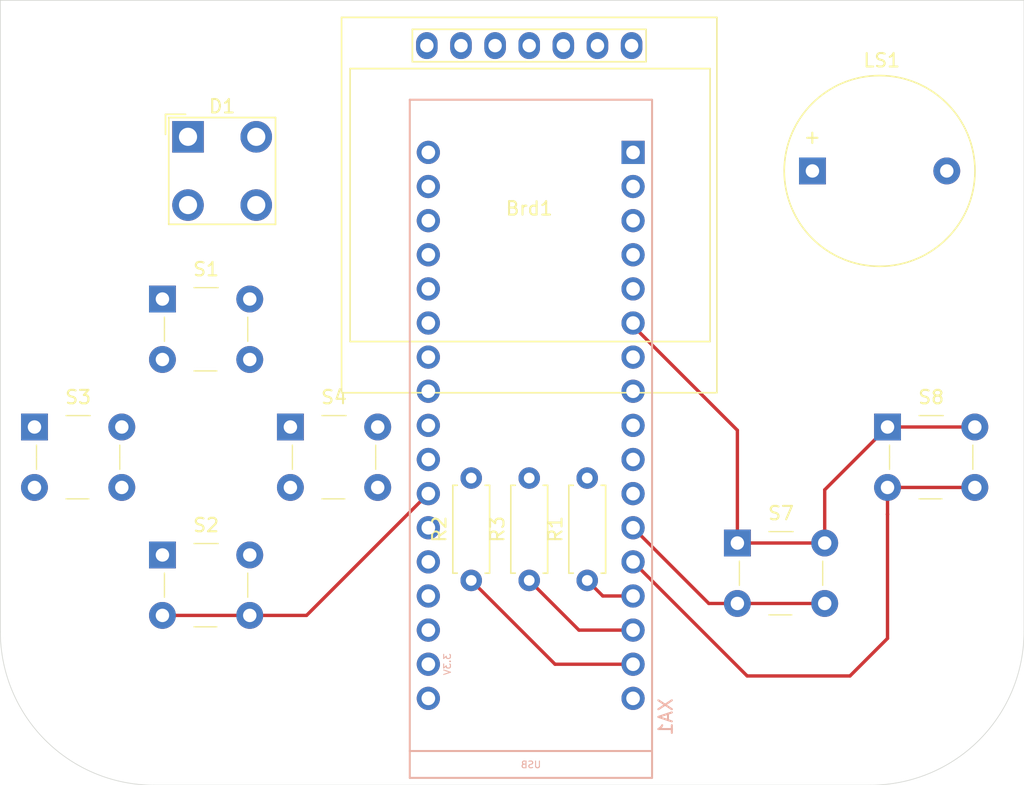
<source format=kicad_pcb>
(kicad_pcb (version 20171130) (host pcbnew "(5.1.7)-1")

  (general
    (thickness 1.6)
    (drawings 6)
    (tracks 26)
    (zones 0)
    (modules 13)
    (nets 22)
  )

  (page A4)
  (layers
    (0 F.Cu signal)
    (31 B.Cu signal)
    (32 B.Adhes user)
    (33 F.Adhes user)
    (34 B.Paste user)
    (35 F.Paste user)
    (36 B.SilkS user)
    (37 F.SilkS user)
    (38 B.Mask user)
    (39 F.Mask user)
    (40 Dwgs.User user)
    (41 Cmts.User user)
    (42 Eco1.User user)
    (43 Eco2.User user)
    (44 Edge.Cuts user)
    (45 Margin user)
    (46 B.CrtYd user)
    (47 F.CrtYd user)
    (48 B.Fab user)
    (49 F.Fab user)
  )

  (setup
    (last_trace_width 0.25)
    (trace_clearance 0.2)
    (zone_clearance 0.508)
    (zone_45_only no)
    (trace_min 0.2)
    (via_size 0.8)
    (via_drill 0.4)
    (via_min_size 0.4)
    (via_min_drill 0.3)
    (uvia_size 0.3)
    (uvia_drill 0.1)
    (uvias_allowed no)
    (uvia_min_size 0.2)
    (uvia_min_drill 0.1)
    (edge_width 0.05)
    (segment_width 0.2)
    (pcb_text_width 0.3)
    (pcb_text_size 1.5 1.5)
    (mod_edge_width 0.12)
    (mod_text_size 1 1)
    (mod_text_width 0.15)
    (pad_size 1.524 1.524)
    (pad_drill 0.762)
    (pad_to_mask_clearance 0)
    (aux_axis_origin 0 0)
    (visible_elements 7FFFFFFF)
    (pcbplotparams
      (layerselection 0x010fc_ffffffff)
      (usegerberextensions false)
      (usegerberattributes true)
      (usegerberadvancedattributes true)
      (creategerberjobfile true)
      (excludeedgelayer true)
      (linewidth 0.100000)
      (plotframeref false)
      (viasonmask false)
      (mode 1)
      (useauxorigin false)
      (hpglpennumber 1)
      (hpglpenspeed 20)
      (hpglpendiameter 15.000000)
      (psnegative false)
      (psa4output false)
      (plotreference true)
      (plotvalue true)
      (plotinvisibletext false)
      (padsonsilk false)
      (subtractmaskfromsilk false)
      (outputformat 1)
      (mirror false)
      (drillshape 1)
      (scaleselection 1)
      (outputdirectory ""))
  )

  (net 0 "")
  (net 1 "Net-(D1-Pad1)")
  (net 2 "Net-(D1-Pad2)")
  (net 3 GND)
  (net 4 "Net-(D1-Pad3)")
  (net 5 D9)
  (net 6 D10)
  (net 7 D11)
  (net 8 UP)
  (net 9 DOWN)
  (net 10 LEFT)
  (net 11 RIGHT)
  (net 12 A)
  (net 13 B)
  (net 14 CS)
  (net 15 D1)
  (net 16 D0)
  (net 17 3V3)
  (net 18 RES)
  (net 19 DC)
  (net 20 "Net-(LS1-Pad2)")
  (net 21 "Net-(LS1-Pad1)")

  (net_class Default "This is the default net class."
    (clearance 0.2)
    (trace_width 0.25)
    (via_dia 0.8)
    (via_drill 0.4)
    (uvia_dia 0.3)
    (uvia_drill 0.1)
    (add_net 3V3)
    (add_net A)
    (add_net B)
    (add_net CS)
    (add_net D0)
    (add_net D1)
    (add_net D10)
    (add_net D11)
    (add_net D9)
    (add_net DC)
    (add_net DOWN)
    (add_net GND)
    (add_net LEFT)
    (add_net "Net-(D1-Pad1)")
    (add_net "Net-(D1-Pad2)")
    (add_net "Net-(D1-Pad3)")
    (add_net "Net-(LS1-Pad1)")
    (add_net "Net-(LS1-Pad2)")
    (add_net RES)
    (add_net RIGHT)
    (add_net UP)
  )

  (module Arduino:Arduino_Micro_Socket (layer B.Cu) (tedit 5A860566) (tstamp 5F991FB1)
    (at 132.08 124.46 90)
    (descr https://store.arduino.cc/arduino-micro)
    (path /5F98BC24)
    (fp_text reference XA1 (at 2.54 19.05 90) (layer B.SilkS)
      (effects (font (size 1 1) (thickness 0.15)) (justify mirror))
    )
    (fp_text value Arduino_Micro_Socket (at 15.494 19.05 90) (layer B.Fab)
      (effects (font (size 1 1) (thickness 0.15)) (justify mirror))
    )
    (fp_line (start -2 0) (end 48.48 0) (layer B.SilkS) (width 0.15))
    (fp_line (start 0 18) (end 0 0) (layer B.SilkS) (width 0.15))
    (fp_line (start -2 18.034) (end 48.48 18.034) (layer B.SilkS) (width 0.15))
    (fp_line (start 48.48 18) (end 48.48 0) (layer B.SilkS) (width 0.15))
    (fp_line (start -2 18.034) (end -2 0) (layer B.SilkS) (width 0.15))
    (fp_line (start 48.768 -0.254) (end -2.032 -0.254) (layer B.CrtYd) (width 0.15))
    (fp_line (start 48.768 18.288) (end 48.768 -0.254) (layer B.CrtYd) (width 0.15))
    (fp_line (start -2.286 18.288) (end 48.768 18.288) (layer B.CrtYd) (width 0.15))
    (fp_line (start -2.286 17.526) (end -2.286 18.288) (layer B.CrtYd) (width 0.15))
    (fp_line (start -2.286 -0.254) (end -2.286 17.526) (layer B.CrtYd) (width 0.15))
    (fp_line (start -2.032 -0.254) (end -2.286 -0.254) (layer B.CrtYd) (width 0.15))
    (fp_text user USB (at -1.016 9.017 180) (layer B.SilkS)
      (effects (font (size 0.5 0.5) (thickness 0.075)) (justify mirror))
    )
    (fp_text user 3.3V (at 6.46 2.794 90) (layer B.SilkS)
      (effects (font (size 0.5 0.5) (thickness 0.075)) (justify mirror))
    )
    (pad MISO thru_hole oval (at 42.02 1.38 90) (size 1.7272 1.7272) (drill 1.016) (layers *.Cu *.Mask))
    (pad A5 thru_hole oval (at 24.24 1.38 90) (size 1.7272 1.7272) (drill 1.016) (layers *.Cu *.Mask))
    (pad A4 thru_hole oval (at 21.7 1.38 90) (size 1.7272 1.7272) (drill 1.016) (layers *.Cu *.Mask))
    (pad A3 thru_hole oval (at 19.16 1.38 90) (size 1.7272 1.7272) (drill 1.016) (layers *.Cu *.Mask)
      (net 9 DOWN))
    (pad A2 thru_hole oval (at 16.62 1.38 90) (size 1.7272 1.7272) (drill 1.016) (layers *.Cu *.Mask)
      (net 10 LEFT))
    (pad A1 thru_hole oval (at 14.08 1.38 90) (size 1.7272 1.7272) (drill 1.016) (layers *.Cu *.Mask)
      (net 11 RIGHT))
    (pad "" thru_hole oval (at 29.32 1.38 90) (size 1.7272 1.7272) (drill 1.016) (layers *.Cu *.Mask))
    (pad D11 thru_hole oval (at 6.46 16.62 90) (size 1.7272 1.7272) (drill 1.016) (layers *.Cu *.Mask)
      (net 7 D11))
    (pad D12 thru_hole oval (at 3.92 16.62 90) (size 1.7272 1.7272) (drill 1.016) (layers *.Cu *.Mask)
      (net 14 CS))
    (pad D13 thru_hole oval (at 3.92 1.38 90) (size 1.7272 1.7272) (drill 1.016) (layers *.Cu *.Mask)
      (net 20 "Net-(LS1-Pad2)"))
    (pad AREF thru_hole oval (at 9 1.38 90) (size 1.7272 1.7272) (drill 1.016) (layers *.Cu *.Mask))
    (pad "" np_thru_hole circle (at 1.38 1.38 90) (size 1.016 1.016) (drill 1.016) (layers *.Cu *.Mask))
    (pad D10 thru_hole oval (at 9 16.62 90) (size 1.7272 1.7272) (drill 1.016) (layers *.Cu *.Mask)
      (net 6 D10))
    (pad D9 thru_hole oval (at 11.54 16.62 90) (size 1.7272 1.7272) (drill 1.016) (layers *.Cu *.Mask)
      (net 5 D9))
    (pad D8 thru_hole oval (at 14.08 16.62 90) (size 1.7272 1.7272) (drill 1.016) (layers *.Cu *.Mask)
      (net 13 B))
    (pad D7 thru_hole oval (at 16.62 16.62 90) (size 1.7272 1.7272) (drill 1.016) (layers *.Cu *.Mask)
      (net 12 A))
    (pad D6 thru_hole oval (at 19.16 16.62 90) (size 1.7272 1.7272) (drill 1.016) (layers *.Cu *.Mask)
      (net 18 RES))
    (pad D5 thru_hole oval (at 21.7 16.62 90) (size 1.7272 1.7272) (drill 1.016) (layers *.Cu *.Mask)
      (net 21 "Net-(LS1-Pad1)"))
    (pad D4 thru_hole oval (at 24.24 16.62 90) (size 1.7272 1.7272) (drill 1.016) (layers *.Cu *.Mask)
      (net 19 DC))
    (pad D3 thru_hole oval (at 26.78 16.62 90) (size 1.7272 1.7272) (drill 1.016) (layers *.Cu *.Mask))
    (pad D2 thru_hole oval (at 29.32 16.62 90) (size 1.7272 1.7272) (drill 1.016) (layers *.Cu *.Mask))
    (pad D1 thru_hole oval (at 39.48 16.62 90) (size 1.7272 1.7272) (drill 1.016) (layers *.Cu *.Mask))
    (pad D0 thru_hole oval (at 36.94 16.62 90) (size 1.7272 1.7272) (drill 1.016) (layers *.Cu *.Mask))
    (pad SS thru_hole oval (at 42.02 16.62 90) (size 1.7272 1.7272) (drill 1.016) (layers *.Cu *.Mask))
    (pad RST1 thru_hole oval (at 34.4 1.38 90) (size 1.7272 1.7272) (drill 1.016) (layers *.Cu *.Mask))
    (pad 3V3 thru_hole oval (at 6.46 1.38 90) (size 1.7272 1.7272) (drill 1.016) (layers *.Cu *.Mask)
      (net 17 3V3))
    (pad 5V thru_hole oval (at 31.86 1.38 90) (size 1.7272 1.7272) (drill 1.016) (layers *.Cu *.Mask))
    (pad GND1 thru_hole oval (at 36.94 1.38 90) (size 1.7272 1.7272) (drill 1.016) (layers *.Cu *.Mask)
      (net 3 GND))
    (pad GND2 thru_hole oval (at 31.86 16.62 90) (size 1.7272 1.7272) (drill 1.016) (layers *.Cu *.Mask)
      (net 3 GND))
    (pad VIN thru_hole oval (at 39.48 1.38 90) (size 1.7272 1.7272) (drill 1.016) (layers *.Cu *.Mask))
    (pad A0 thru_hole oval (at 11.54 1.38 90) (size 1.7272 1.7272) (drill 1.016) (layers *.Cu *.Mask)
      (net 8 UP))
    (pad SCK thru_hole oval (at 44.56 1.38 90) (size 1.7272 1.7272) (drill 1.016) (layers *.Cu *.Mask)
      (net 16 D0))
    (pad MOSI thru_hole rect (at 44.56 16.62 90) (size 1.7272 1.7272) (drill 1.016) (layers *.Cu *.Mask)
      (net 15 D1))
    (pad RST2 thru_hole oval (at 34.4 16.62 90) (size 1.7272 1.7272) (drill 1.016) (layers *.Cu *.Mask))
    (pad "" thru_hole oval (at 26.78 1.38 90) (size 1.7272 1.7272) (drill 1.016) (layers *.Cu *.Mask))
    (pad "" np_thru_hole circle (at 47.1 1.38 90) (size 1.016 1.016) (drill 1.016) (layers *.Cu *.Mask))
    (pad "" np_thru_hole circle (at 1.38 16.62 90) (size 1.016 1.016) (drill 1.016) (layers *.Cu *.Mask))
    (pad "" np_thru_hole circle (at 47.1 16.62 90) (size 1.016 1.016) (drill 1.016) (layers *.Cu *.Mask))
  )

  (module digikey-footprints:Switch_Tactile_THT_B3F-1xxx (layer F.Cu) (tedit 5AF34B0A) (tstamp 5F97549C)
    (at 113.665 90.805)
    (descr http://www.omron.com/ecb/products/pdf/en-b3f.pdf)
    (path /5F959389)
    (fp_text reference S1 (at 3.2512 -2.2094) (layer F.SilkS)
      (effects (font (size 1 1) (thickness 0.15)))
    )
    (fp_text value B3F-1000 (at 3.2512 7.1006) (layer F.Fab)
      (effects (font (size 1 1) (thickness 0.15)))
    )
    (fp_line (start 7.7512 -1.2394) (end 7.7512 5.7606) (layer F.CrtYd) (width 0.05))
    (fp_line (start -1.2488 5.7606) (end -1.2488 -1.2394) (layer F.CrtYd) (width 0.05))
    (fp_line (start -1.2488 5.7606) (end 7.7512 5.7606) (layer F.CrtYd) (width 0.05))
    (fp_line (start -1.2488 -1.2394) (end 7.7512 -1.2394) (layer F.CrtYd) (width 0.05))
    (fp_line (start 2.3512 -0.8394) (end 4.1512 -0.8394) (layer F.SilkS) (width 0.1))
    (fp_line (start 0.1512 2.2606) (end 0.1512 3.1606) (layer F.SilkS) (width 0.1))
    (fp_line (start 0.1512 2.2606) (end 0.1512 1.3606) (layer F.SilkS) (width 0.1))
    (fp_line (start 6.3512 2.2606) (end 6.3512 3.1606) (layer F.SilkS) (width 0.1))
    (fp_line (start 6.3512 2.2606) (end 6.3512 1.3606) (layer F.SilkS) (width 0.1))
    (fp_line (start 2.3512 5.3606) (end 4.0512 5.3606) (layer F.SilkS) (width 0.1))
    (fp_line (start 6.2512 5.2606) (end 6.2512 -0.7394) (layer F.Fab) (width 0.1))
    (fp_line (start 0.2512 -0.7394) (end 0.2512 5.2606) (layer F.Fab) (width 0.1))
    (fp_line (start 0.2512 5.2606) (end 6.2512 5.2606) (layer F.Fab) (width 0.1))
    (fp_line (start 0.2512 -0.7394) (end 6.2512 -0.7394) (layer F.Fab) (width 0.1))
    (fp_text user %R (at 3.2512 2.2606) (layer F.Fab)
      (effects (font (size 1 1) (thickness 0.15)))
    )
    (pad 1 thru_hole rect (at 0.0012 0.0106) (size 2 2) (drill 1) (layers *.Cu *.Mask)
      (net 3 GND))
    (pad 2 thru_hole circle (at 6.5012 0.0106) (size 2 2) (drill 1) (layers *.Cu *.Mask)
      (net 3 GND))
    (pad 3 thru_hole circle (at 0.0012 4.5106) (size 2 2) (drill 1) (layers *.Cu *.Mask)
      (net 8 UP))
    (pad 4 thru_hole circle (at 6.5012 4.5106) (size 2 2) (drill 1) (layers *.Cu *.Mask)
      (net 8 UP))
  )

  (module digikey-footprints:Switch_Tactile_THT_B3F-1xxx (layer F.Cu) (tedit 5AF34B0A) (tstamp 5F992219)
    (at 113.665 109.855)
    (descr http://www.omron.com/ecb/products/pdf/en-b3f.pdf)
    (path /5F955AC6)
    (fp_text reference S2 (at 3.2512 -2.2094) (layer F.SilkS)
      (effects (font (size 1 1) (thickness 0.15)))
    )
    (fp_text value B3F-1000 (at 3.2512 7.1006) (layer F.Fab)
      (effects (font (size 1 1) (thickness 0.15)))
    )
    (fp_line (start 7.7512 -1.2394) (end 7.7512 5.7606) (layer F.CrtYd) (width 0.05))
    (fp_line (start -1.2488 5.7606) (end -1.2488 -1.2394) (layer F.CrtYd) (width 0.05))
    (fp_line (start -1.2488 5.7606) (end 7.7512 5.7606) (layer F.CrtYd) (width 0.05))
    (fp_line (start -1.2488 -1.2394) (end 7.7512 -1.2394) (layer F.CrtYd) (width 0.05))
    (fp_line (start 2.3512 -0.8394) (end 4.1512 -0.8394) (layer F.SilkS) (width 0.1))
    (fp_line (start 0.1512 2.2606) (end 0.1512 3.1606) (layer F.SilkS) (width 0.1))
    (fp_line (start 0.1512 2.2606) (end 0.1512 1.3606) (layer F.SilkS) (width 0.1))
    (fp_line (start 6.3512 2.2606) (end 6.3512 3.1606) (layer F.SilkS) (width 0.1))
    (fp_line (start 6.3512 2.2606) (end 6.3512 1.3606) (layer F.SilkS) (width 0.1))
    (fp_line (start 2.3512 5.3606) (end 4.0512 5.3606) (layer F.SilkS) (width 0.1))
    (fp_line (start 6.2512 5.2606) (end 6.2512 -0.7394) (layer F.Fab) (width 0.1))
    (fp_line (start 0.2512 -0.7394) (end 0.2512 5.2606) (layer F.Fab) (width 0.1))
    (fp_line (start 0.2512 5.2606) (end 6.2512 5.2606) (layer F.Fab) (width 0.1))
    (fp_line (start 0.2512 -0.7394) (end 6.2512 -0.7394) (layer F.Fab) (width 0.1))
    (fp_text user %R (at 3.2512 2.2606) (layer F.Fab)
      (effects (font (size 1 1) (thickness 0.15)))
    )
    (pad 1 thru_hole rect (at 0.0012 0.0106) (size 2 2) (drill 1) (layers *.Cu *.Mask)
      (net 3 GND))
    (pad 2 thru_hole circle (at 6.5012 0.0106) (size 2 2) (drill 1) (layers *.Cu *.Mask)
      (net 3 GND))
    (pad 3 thru_hole circle (at 0.0012 4.5106) (size 2 2) (drill 1) (layers *.Cu *.Mask)
      (net 9 DOWN))
    (pad 4 thru_hole circle (at 6.5012 4.5106) (size 2 2) (drill 1) (layers *.Cu *.Mask)
      (net 9 DOWN))
  )

  (module digikey-footprints:Switch_Tactile_THT_B3F-1xxx (layer F.Cu) (tedit 5AF34B0A) (tstamp 5F97545A)
    (at 104.14 100.33)
    (descr http://www.omron.com/ecb/products/pdf/en-b3f.pdf)
    (path /5F958648)
    (fp_text reference S3 (at 3.2512 -2.2094) (layer F.SilkS)
      (effects (font (size 1 1) (thickness 0.15)))
    )
    (fp_text value B3F-1000 (at 3.2512 7.1006) (layer F.Fab)
      (effects (font (size 1 1) (thickness 0.15)))
    )
    (fp_line (start 0.2512 -0.7394) (end 6.2512 -0.7394) (layer F.Fab) (width 0.1))
    (fp_line (start 0.2512 5.2606) (end 6.2512 5.2606) (layer F.Fab) (width 0.1))
    (fp_line (start 0.2512 -0.7394) (end 0.2512 5.2606) (layer F.Fab) (width 0.1))
    (fp_line (start 6.2512 5.2606) (end 6.2512 -0.7394) (layer F.Fab) (width 0.1))
    (fp_line (start 2.3512 5.3606) (end 4.0512 5.3606) (layer F.SilkS) (width 0.1))
    (fp_line (start 6.3512 2.2606) (end 6.3512 1.3606) (layer F.SilkS) (width 0.1))
    (fp_line (start 6.3512 2.2606) (end 6.3512 3.1606) (layer F.SilkS) (width 0.1))
    (fp_line (start 0.1512 2.2606) (end 0.1512 1.3606) (layer F.SilkS) (width 0.1))
    (fp_line (start 0.1512 2.2606) (end 0.1512 3.1606) (layer F.SilkS) (width 0.1))
    (fp_line (start 2.3512 -0.8394) (end 4.1512 -0.8394) (layer F.SilkS) (width 0.1))
    (fp_line (start -1.2488 -1.2394) (end 7.7512 -1.2394) (layer F.CrtYd) (width 0.05))
    (fp_line (start -1.2488 5.7606) (end 7.7512 5.7606) (layer F.CrtYd) (width 0.05))
    (fp_line (start -1.2488 5.7606) (end -1.2488 -1.2394) (layer F.CrtYd) (width 0.05))
    (fp_line (start 7.7512 -1.2394) (end 7.7512 5.7606) (layer F.CrtYd) (width 0.05))
    (fp_text user %R (at 3.2512 2.2606) (layer F.Fab)
      (effects (font (size 1 1) (thickness 0.15)))
    )
    (pad 4 thru_hole circle (at 6.5012 4.5106) (size 2 2) (drill 1) (layers *.Cu *.Mask)
      (net 10 LEFT))
    (pad 3 thru_hole circle (at 0.0012 4.5106) (size 2 2) (drill 1) (layers *.Cu *.Mask)
      (net 10 LEFT))
    (pad 2 thru_hole circle (at 6.5012 0.0106) (size 2 2) (drill 1) (layers *.Cu *.Mask)
      (net 3 GND))
    (pad 1 thru_hole rect (at 0.0012 0.0106) (size 2 2) (drill 1) (layers *.Cu *.Mask)
      (net 3 GND))
  )

  (module digikey-footprints:Switch_Tactile_THT_B3F-1xxx (layer F.Cu) (tedit 5AF34B0A) (tstamp 5F975418)
    (at 123.19 100.33)
    (descr http://www.omron.com/ecb/products/pdf/en-b3f.pdf)
    (path /5F959E42)
    (fp_text reference S4 (at 3.2512 -2.2094) (layer F.SilkS)
      (effects (font (size 1 1) (thickness 0.15)))
    )
    (fp_text value B3F-1000 (at 3.2512 7.1006) (layer F.Fab)
      (effects (font (size 1 1) (thickness 0.15)))
    )
    (fp_line (start 0.2512 -0.7394) (end 6.2512 -0.7394) (layer F.Fab) (width 0.1))
    (fp_line (start 0.2512 5.2606) (end 6.2512 5.2606) (layer F.Fab) (width 0.1))
    (fp_line (start 0.2512 -0.7394) (end 0.2512 5.2606) (layer F.Fab) (width 0.1))
    (fp_line (start 6.2512 5.2606) (end 6.2512 -0.7394) (layer F.Fab) (width 0.1))
    (fp_line (start 2.3512 5.3606) (end 4.0512 5.3606) (layer F.SilkS) (width 0.1))
    (fp_line (start 6.3512 2.2606) (end 6.3512 1.3606) (layer F.SilkS) (width 0.1))
    (fp_line (start 6.3512 2.2606) (end 6.3512 3.1606) (layer F.SilkS) (width 0.1))
    (fp_line (start 0.1512 2.2606) (end 0.1512 1.3606) (layer F.SilkS) (width 0.1))
    (fp_line (start 0.1512 2.2606) (end 0.1512 3.1606) (layer F.SilkS) (width 0.1))
    (fp_line (start 2.3512 -0.8394) (end 4.1512 -0.8394) (layer F.SilkS) (width 0.1))
    (fp_line (start -1.2488 -1.2394) (end 7.7512 -1.2394) (layer F.CrtYd) (width 0.05))
    (fp_line (start -1.2488 5.7606) (end 7.7512 5.7606) (layer F.CrtYd) (width 0.05))
    (fp_line (start -1.2488 5.7606) (end -1.2488 -1.2394) (layer F.CrtYd) (width 0.05))
    (fp_line (start 7.7512 -1.2394) (end 7.7512 5.7606) (layer F.CrtYd) (width 0.05))
    (fp_text user %R (at 3.2512 2.2606) (layer F.Fab)
      (effects (font (size 1 1) (thickness 0.15)))
    )
    (pad 4 thru_hole circle (at 6.5012 4.5106) (size 2 2) (drill 1) (layers *.Cu *.Mask)
      (net 11 RIGHT))
    (pad 3 thru_hole circle (at 0.0012 4.5106) (size 2 2) (drill 1) (layers *.Cu *.Mask)
      (net 11 RIGHT))
    (pad 2 thru_hole circle (at 6.5012 0.0106) (size 2 2) (drill 1) (layers *.Cu *.Mask)
      (net 3 GND))
    (pad 1 thru_hole rect (at 0.0012 0.0106) (size 2 2) (drill 1) (layers *.Cu *.Mask)
      (net 3 GND))
  )

  (module digikey-footprints:Switch_Tactile_THT_B3F-1xxx (layer F.Cu) (tedit 5AF34B0A) (tstamp 5F9519A9)
    (at 156.464 108.966)
    (descr http://www.omron.com/ecb/products/pdf/en-b3f.pdf)
    (path /5F95AE2F)
    (fp_text reference S7 (at 3.2512 -2.2094) (layer F.SilkS)
      (effects (font (size 1 1) (thickness 0.15)))
    )
    (fp_text value B3F-1000 (at 3.2512 7.1006) (layer F.Fab)
      (effects (font (size 1 1) (thickness 0.15)))
    )
    (fp_line (start 7.7512 -1.2394) (end 7.7512 5.7606) (layer F.CrtYd) (width 0.05))
    (fp_line (start -1.2488 5.7606) (end -1.2488 -1.2394) (layer F.CrtYd) (width 0.05))
    (fp_line (start -1.2488 5.7606) (end 7.7512 5.7606) (layer F.CrtYd) (width 0.05))
    (fp_line (start -1.2488 -1.2394) (end 7.7512 -1.2394) (layer F.CrtYd) (width 0.05))
    (fp_line (start 2.3512 -0.8394) (end 4.1512 -0.8394) (layer F.SilkS) (width 0.1))
    (fp_line (start 0.1512 2.2606) (end 0.1512 3.1606) (layer F.SilkS) (width 0.1))
    (fp_line (start 0.1512 2.2606) (end 0.1512 1.3606) (layer F.SilkS) (width 0.1))
    (fp_line (start 6.3512 2.2606) (end 6.3512 3.1606) (layer F.SilkS) (width 0.1))
    (fp_line (start 6.3512 2.2606) (end 6.3512 1.3606) (layer F.SilkS) (width 0.1))
    (fp_line (start 2.3512 5.3606) (end 4.0512 5.3606) (layer F.SilkS) (width 0.1))
    (fp_line (start 6.2512 5.2606) (end 6.2512 -0.7394) (layer F.Fab) (width 0.1))
    (fp_line (start 0.2512 -0.7394) (end 0.2512 5.2606) (layer F.Fab) (width 0.1))
    (fp_line (start 0.2512 5.2606) (end 6.2512 5.2606) (layer F.Fab) (width 0.1))
    (fp_line (start 0.2512 -0.7394) (end 6.2512 -0.7394) (layer F.Fab) (width 0.1))
    (fp_text user %R (at 3.2512 2.2606) (layer F.Fab)
      (effects (font (size 1 1) (thickness 0.15)))
    )
    (pad 1 thru_hole rect (at 0.0012 0.0106) (size 2 2) (drill 1) (layers *.Cu *.Mask)
      (net 3 GND))
    (pad 2 thru_hole circle (at 6.5012 0.0106) (size 2 2) (drill 1) (layers *.Cu *.Mask)
      (net 3 GND))
    (pad 3 thru_hole circle (at 0.0012 4.5106) (size 2 2) (drill 1) (layers *.Cu *.Mask)
      (net 12 A))
    (pad 4 thru_hole circle (at 6.5012 4.5106) (size 2 2) (drill 1) (layers *.Cu *.Mask)
      (net 12 A))
  )

  (module digikey-footprints:Switch_Tactile_THT_B3F-1xxx (layer F.Cu) (tedit 5AF34B0A) (tstamp 5F992A96)
    (at 167.64 100.33)
    (descr http://www.omron.com/ecb/products/pdf/en-b3f.pdf)
    (path /5F95B644)
    (fp_text reference S8 (at 3.2512 -2.2094) (layer F.SilkS)
      (effects (font (size 1 1) (thickness 0.15)))
    )
    (fp_text value B3F-1000 (at 3.2512 7.1006) (layer F.Fab)
      (effects (font (size 1 1) (thickness 0.15)))
    )
    (fp_line (start 0.2512 -0.7394) (end 6.2512 -0.7394) (layer F.Fab) (width 0.1))
    (fp_line (start 0.2512 5.2606) (end 6.2512 5.2606) (layer F.Fab) (width 0.1))
    (fp_line (start 0.2512 -0.7394) (end 0.2512 5.2606) (layer F.Fab) (width 0.1))
    (fp_line (start 6.2512 5.2606) (end 6.2512 -0.7394) (layer F.Fab) (width 0.1))
    (fp_line (start 2.3512 5.3606) (end 4.0512 5.3606) (layer F.SilkS) (width 0.1))
    (fp_line (start 6.3512 2.2606) (end 6.3512 1.3606) (layer F.SilkS) (width 0.1))
    (fp_line (start 6.3512 2.2606) (end 6.3512 3.1606) (layer F.SilkS) (width 0.1))
    (fp_line (start 0.1512 2.2606) (end 0.1512 1.3606) (layer F.SilkS) (width 0.1))
    (fp_line (start 0.1512 2.2606) (end 0.1512 3.1606) (layer F.SilkS) (width 0.1))
    (fp_line (start 2.3512 -0.8394) (end 4.1512 -0.8394) (layer F.SilkS) (width 0.1))
    (fp_line (start -1.2488 -1.2394) (end 7.7512 -1.2394) (layer F.CrtYd) (width 0.05))
    (fp_line (start -1.2488 5.7606) (end 7.7512 5.7606) (layer F.CrtYd) (width 0.05))
    (fp_line (start -1.2488 5.7606) (end -1.2488 -1.2394) (layer F.CrtYd) (width 0.05))
    (fp_line (start 7.7512 -1.2394) (end 7.7512 5.7606) (layer F.CrtYd) (width 0.05))
    (fp_text user %R (at 3.2512 2.2606) (layer F.Fab)
      (effects (font (size 1 1) (thickness 0.15)))
    )
    (pad 4 thru_hole circle (at 6.5012 4.5106) (size 2 2) (drill 1) (layers *.Cu *.Mask)
      (net 13 B))
    (pad 3 thru_hole circle (at 0.0012 4.5106) (size 2 2) (drill 1) (layers *.Cu *.Mask)
      (net 13 B))
    (pad 2 thru_hole circle (at 6.5012 0.0106) (size 2 2) (drill 1) (layers *.Cu *.Mask)
      (net 3 GND))
    (pad 1 thru_hole rect (at 0.0012 0.0106) (size 2 2) (drill 1) (layers *.Cu *.Mask)
      (net 3 GND))
  )

  (module LED_THT:LED_BL-FL7680RGB (layer F.Cu) (tedit 59F6ACD6) (tstamp 5F975C40)
    (at 115.57 78.74)
    (descr "'Piranha' RGB LED, through hole, common anode, 7.62x7.62mm, BGRA pin order, https://cdn-shop.adafruit.com/datasheets/BL-FL7680RGB.pdf")
    (tags "RGB LED Piranha Super-Flux BetLux")
    (path /5F99DE77)
    (fp_text reference D1 (at 2.54 -2.27) (layer F.SilkS)
      (effects (font (size 1 1) (thickness 0.15)))
    )
    (fp_text value LED_RGBA (at 2.54 7.35) (layer F.Fab)
      (effects (font (size 1 1) (thickness 0.15)))
    )
    (fp_line (start -0.02 -1.27) (end 6.35 -1.27) (layer F.Fab) (width 0.1))
    (fp_line (start 6.35 -1.27) (end 6.35 6.35) (layer F.Fab) (width 0.1))
    (fp_line (start 6.35 6.35) (end -1.27 6.35) (layer F.Fab) (width 0.1))
    (fp_line (start -1.27 6.35) (end -1.27 -0.02) (layer F.Fab) (width 0.1))
    (fp_line (start -1.27 -0.02) (end -0.02 -1.27) (layer F.Fab) (width 0.1))
    (fp_line (start -1.435 -1.435) (end -1.435 6.515) (layer F.SilkS) (width 0.12))
    (fp_line (start -1.435 6.515) (end 6.515 6.515) (layer F.SilkS) (width 0.12))
    (fp_line (start 6.515 6.515) (end 6.515 -1.435) (layer F.SilkS) (width 0.12))
    (fp_line (start 6.515 -1.435) (end -1.435 -1.435) (layer F.SilkS) (width 0.12))
    (fp_line (start -1.675 -0.185) (end -1.675 -1.675) (layer F.SilkS) (width 0.12))
    (fp_line (start -1.675 -1.675) (end -0.185 -1.675) (layer F.SilkS) (width 0.12))
    (fp_line (start -1.52 -1.52) (end -1.52 6.6) (layer F.CrtYd) (width 0.05))
    (fp_line (start -1.52 6.6) (end 6.6 6.6) (layer F.CrtYd) (width 0.05))
    (fp_line (start 6.6 6.6) (end 6.6 -1.52) (layer F.CrtYd) (width 0.05))
    (fp_line (start 6.6 -1.52) (end -1.52 -1.52) (layer F.CrtYd) (width 0.05))
    (fp_text user %R (at 2.54 2.54) (layer F.Fab)
      (effects (font (size 1 1) (thickness 0.15)))
    )
    (pad 1 thru_hole rect (at 0 0) (size 2.35 2.35) (drill 1.35) (layers *.Cu *.Mask)
      (net 1 "Net-(D1-Pad1)"))
    (pad 2 thru_hole circle (at 0 5.08) (size 2.35 2.35) (drill 1.35) (layers *.Cu *.Mask)
      (net 2 "Net-(D1-Pad2)"))
    (pad 4 thru_hole circle (at 5.08 0) (size 2.35 2.35) (drill 1.35) (layers *.Cu *.Mask))
    (pad 3 thru_hole circle (at 5.08 5.08) (size 2.35 2.35) (drill 1.35) (layers *.Cu *.Mask)
      (net 4 "Net-(D1-Pad3)"))
    (model ${KISYS3DMOD}/LED_THT.3dshapes/LED_BL-FL7680RGB.wrl
      (at (xyz 0 0 0))
      (scale (xyz 1 1 1))
      (rotate (xyz 0 0 0))
    )
  )

  (module Resistor_THT:R_Axial_DIN0207_L6.3mm_D2.5mm_P7.62mm_Horizontal (layer F.Cu) (tedit 5AE5139B) (tstamp 5F992522)
    (at 145.288 111.76 90)
    (descr "Resistor, Axial_DIN0207 series, Axial, Horizontal, pin pitch=7.62mm, 0.25W = 1/4W, length*diameter=6.3*2.5mm^2, http://cdn-reichelt.de/documents/datenblatt/B400/1_4W%23YAG.pdf")
    (tags "Resistor Axial_DIN0207 series Axial Horizontal pin pitch 7.62mm 0.25W = 1/4W length 6.3mm diameter 2.5mm")
    (path /5F941BE4)
    (fp_text reference R1 (at 3.81 -2.37 90) (layer F.SilkS)
      (effects (font (size 1 1) (thickness 0.15)))
    )
    (fp_text value 1K (at 3.81 2.37 90) (layer F.Fab)
      (effects (font (size 1 1) (thickness 0.15)))
    )
    (fp_line (start 0.66 -1.25) (end 0.66 1.25) (layer F.Fab) (width 0.1))
    (fp_line (start 0.66 1.25) (end 6.96 1.25) (layer F.Fab) (width 0.1))
    (fp_line (start 6.96 1.25) (end 6.96 -1.25) (layer F.Fab) (width 0.1))
    (fp_line (start 6.96 -1.25) (end 0.66 -1.25) (layer F.Fab) (width 0.1))
    (fp_line (start 0 0) (end 0.66 0) (layer F.Fab) (width 0.1))
    (fp_line (start 7.62 0) (end 6.96 0) (layer F.Fab) (width 0.1))
    (fp_line (start 0.54 -1.04) (end 0.54 -1.37) (layer F.SilkS) (width 0.12))
    (fp_line (start 0.54 -1.37) (end 7.08 -1.37) (layer F.SilkS) (width 0.12))
    (fp_line (start 7.08 -1.37) (end 7.08 -1.04) (layer F.SilkS) (width 0.12))
    (fp_line (start 0.54 1.04) (end 0.54 1.37) (layer F.SilkS) (width 0.12))
    (fp_line (start 0.54 1.37) (end 7.08 1.37) (layer F.SilkS) (width 0.12))
    (fp_line (start 7.08 1.37) (end 7.08 1.04) (layer F.SilkS) (width 0.12))
    (fp_line (start -1.05 -1.5) (end -1.05 1.5) (layer F.CrtYd) (width 0.05))
    (fp_line (start -1.05 1.5) (end 8.67 1.5) (layer F.CrtYd) (width 0.05))
    (fp_line (start 8.67 1.5) (end 8.67 -1.5) (layer F.CrtYd) (width 0.05))
    (fp_line (start 8.67 -1.5) (end -1.05 -1.5) (layer F.CrtYd) (width 0.05))
    (fp_text user %R (at 3.81 0 90) (layer F.Fab)
      (effects (font (size 1 1) (thickness 0.15)))
    )
    (pad 1 thru_hole circle (at 0 0 90) (size 1.6 1.6) (drill 0.8) (layers *.Cu *.Mask)
      (net 5 D9))
    (pad 2 thru_hole oval (at 7.62 0 90) (size 1.6 1.6) (drill 0.8) (layers *.Cu *.Mask)
      (net 4 "Net-(D1-Pad3)"))
    (model ${KISYS3DMOD}/Resistor_THT.3dshapes/R_Axial_DIN0207_L6.3mm_D2.5mm_P7.62mm_Horizontal.wrl
      (at (xyz 0 0 0))
      (scale (xyz 1 1 1))
      (rotate (xyz 0 0 0))
    )
  )

  (module Resistor_THT:R_Axial_DIN0207_L6.3mm_D2.5mm_P7.62mm_Horizontal (layer F.Cu) (tedit 5AE5139B) (tstamp 5F975E04)
    (at 136.652 111.76 90)
    (descr "Resistor, Axial_DIN0207 series, Axial, Horizontal, pin pitch=7.62mm, 0.25W = 1/4W, length*diameter=6.3*2.5mm^2, http://cdn-reichelt.de/documents/datenblatt/B400/1_4W%23YAG.pdf")
    (tags "Resistor Axial_DIN0207 series Axial Horizontal pin pitch 7.62mm 0.25W = 1/4W length 6.3mm diameter 2.5mm")
    (path /5F9420DF)
    (fp_text reference R2 (at 3.81 -2.37 90) (layer F.SilkS)
      (effects (font (size 1 1) (thickness 0.15)))
    )
    (fp_text value 1K (at 3.81 2.37 90) (layer F.Fab)
      (effects (font (size 1 1) (thickness 0.15)))
    )
    (fp_line (start 8.67 -1.5) (end -1.05 -1.5) (layer F.CrtYd) (width 0.05))
    (fp_line (start 8.67 1.5) (end 8.67 -1.5) (layer F.CrtYd) (width 0.05))
    (fp_line (start -1.05 1.5) (end 8.67 1.5) (layer F.CrtYd) (width 0.05))
    (fp_line (start -1.05 -1.5) (end -1.05 1.5) (layer F.CrtYd) (width 0.05))
    (fp_line (start 7.08 1.37) (end 7.08 1.04) (layer F.SilkS) (width 0.12))
    (fp_line (start 0.54 1.37) (end 7.08 1.37) (layer F.SilkS) (width 0.12))
    (fp_line (start 0.54 1.04) (end 0.54 1.37) (layer F.SilkS) (width 0.12))
    (fp_line (start 7.08 -1.37) (end 7.08 -1.04) (layer F.SilkS) (width 0.12))
    (fp_line (start 0.54 -1.37) (end 7.08 -1.37) (layer F.SilkS) (width 0.12))
    (fp_line (start 0.54 -1.04) (end 0.54 -1.37) (layer F.SilkS) (width 0.12))
    (fp_line (start 7.62 0) (end 6.96 0) (layer F.Fab) (width 0.1))
    (fp_line (start 0 0) (end 0.66 0) (layer F.Fab) (width 0.1))
    (fp_line (start 6.96 -1.25) (end 0.66 -1.25) (layer F.Fab) (width 0.1))
    (fp_line (start 6.96 1.25) (end 6.96 -1.25) (layer F.Fab) (width 0.1))
    (fp_line (start 0.66 1.25) (end 6.96 1.25) (layer F.Fab) (width 0.1))
    (fp_line (start 0.66 -1.25) (end 0.66 1.25) (layer F.Fab) (width 0.1))
    (fp_text user %R (at 3.81 0 90) (layer F.Fab)
      (effects (font (size 1 1) (thickness 0.15)))
    )
    (pad 2 thru_hole oval (at 7.62 0 90) (size 1.6 1.6) (drill 0.8) (layers *.Cu *.Mask)
      (net 2 "Net-(D1-Pad2)"))
    (pad 1 thru_hole circle (at 0 0 90) (size 1.6 1.6) (drill 0.8) (layers *.Cu *.Mask)
      (net 7 D11))
    (model ${KISYS3DMOD}/Resistor_THT.3dshapes/R_Axial_DIN0207_L6.3mm_D2.5mm_P7.62mm_Horizontal.wrl
      (at (xyz 0 0 0))
      (scale (xyz 1 1 1))
      (rotate (xyz 0 0 0))
    )
  )

  (module Resistor_THT:R_Axial_DIN0207_L6.3mm_D2.5mm_P7.62mm_Horizontal (layer F.Cu) (tedit 5AE5139B) (tstamp 5F975E1A)
    (at 140.97 111.76 90)
    (descr "Resistor, Axial_DIN0207 series, Axial, Horizontal, pin pitch=7.62mm, 0.25W = 1/4W, length*diameter=6.3*2.5mm^2, http://cdn-reichelt.de/documents/datenblatt/B400/1_4W%23YAG.pdf")
    (tags "Resistor Axial_DIN0207 series Axial Horizontal pin pitch 7.62mm 0.25W = 1/4W length 6.3mm diameter 2.5mm")
    (path /5F9429B4)
    (fp_text reference R3 (at 3.81 -2.37 90) (layer F.SilkS)
      (effects (font (size 1 1) (thickness 0.15)))
    )
    (fp_text value 1K (at 3.81 2.37 90) (layer F.Fab)
      (effects (font (size 1 1) (thickness 0.15)))
    )
    (fp_line (start 0.66 -1.25) (end 0.66 1.25) (layer F.Fab) (width 0.1))
    (fp_line (start 0.66 1.25) (end 6.96 1.25) (layer F.Fab) (width 0.1))
    (fp_line (start 6.96 1.25) (end 6.96 -1.25) (layer F.Fab) (width 0.1))
    (fp_line (start 6.96 -1.25) (end 0.66 -1.25) (layer F.Fab) (width 0.1))
    (fp_line (start 0 0) (end 0.66 0) (layer F.Fab) (width 0.1))
    (fp_line (start 7.62 0) (end 6.96 0) (layer F.Fab) (width 0.1))
    (fp_line (start 0.54 -1.04) (end 0.54 -1.37) (layer F.SilkS) (width 0.12))
    (fp_line (start 0.54 -1.37) (end 7.08 -1.37) (layer F.SilkS) (width 0.12))
    (fp_line (start 7.08 -1.37) (end 7.08 -1.04) (layer F.SilkS) (width 0.12))
    (fp_line (start 0.54 1.04) (end 0.54 1.37) (layer F.SilkS) (width 0.12))
    (fp_line (start 0.54 1.37) (end 7.08 1.37) (layer F.SilkS) (width 0.12))
    (fp_line (start 7.08 1.37) (end 7.08 1.04) (layer F.SilkS) (width 0.12))
    (fp_line (start -1.05 -1.5) (end -1.05 1.5) (layer F.CrtYd) (width 0.05))
    (fp_line (start -1.05 1.5) (end 8.67 1.5) (layer F.CrtYd) (width 0.05))
    (fp_line (start 8.67 1.5) (end 8.67 -1.5) (layer F.CrtYd) (width 0.05))
    (fp_line (start 8.67 -1.5) (end -1.05 -1.5) (layer F.CrtYd) (width 0.05))
    (fp_text user %R (at 3.81 0 90) (layer F.Fab)
      (effects (font (size 1 1) (thickness 0.15)))
    )
    (pad 1 thru_hole circle (at 0 0 90) (size 1.6 1.6) (drill 0.8) (layers *.Cu *.Mask)
      (net 6 D10))
    (pad 2 thru_hole oval (at 7.62 0 90) (size 1.6 1.6) (drill 0.8) (layers *.Cu *.Mask)
      (net 1 "Net-(D1-Pad1)"))
    (model ${KISYS3DMOD}/Resistor_THT.3dshapes/R_Axial_DIN0207_L6.3mm_D2.5mm_P7.62mm_Horizontal.wrl
      (at (xyz 0 0 0))
      (scale (xyz 1 1 1))
      (rotate (xyz 0 0 0))
    )
  )

  (module SSD1306:128x64-OLED-SPI (layer F.Cu) (tedit 5F98AD0E) (tstamp 5F991D8B)
    (at 140.97 83.82)
    (descr "The 128x64 OLED module with SPI.")
    (path /5F98B58A)
    (fp_text reference Brd1 (at 0 0.254) (layer F.SilkS)
      (effects (font (size 1 1) (thickness 0.15)))
    )
    (fp_text value SSD1306-SPI (at -5.08 -7.62) (layer F.Fab)
      (effects (font (size 1 1) (thickness 0.15)))
    )
    (fp_line (start -13.97 -13.97) (end 13.97 -13.97) (layer F.SilkS) (width 0.12))
    (fp_line (start 13.97 -13.97) (end 13.97 13.97) (layer F.SilkS) (width 0.12))
    (fp_line (start 13.97 13.97) (end -13.97 13.97) (layer F.SilkS) (width 0.12))
    (fp_line (start -13.97 13.97) (end -13.97 -13.97) (layer F.SilkS) (width 0.12))
    (fp_line (start 13.462 10.16) (end -13.335 10.16) (layer F.SilkS) (width 0.12))
    (fp_line (start -13.335 10.16) (end -13.335 -10.16) (layer F.SilkS) (width 0.12))
    (fp_line (start -13.335 -10.16) (end 13.462 -10.16) (layer F.SilkS) (width 0.12))
    (fp_line (start -8.6995 -13.081) (end 8.6995 -13.081) (layer F.SilkS) (width 0.12))
    (fp_line (start 8.6995 -13.081) (end 8.6995 -10.668) (layer F.SilkS) (width 0.12))
    (fp_line (start 8.6995 -10.668) (end -8.6995 -10.668) (layer F.SilkS) (width 0.12))
    (fp_line (start -8.6995 -13.081) (end -8.6995 -10.668) (layer F.SilkS) (width 0.12))
    (fp_line (start 13.462 10.16) (end 13.462 -10.16) (layer F.SilkS) (width 0.12))
    (pad 4 thru_hole oval (at -0.0005 -11.87 90) (size 2 1.6) (drill 1) (layers *.Cu *.Mask)
      (net 15 D1))
    (pad 3 thru_hole oval (at -2.5405 -11.87 90) (size 2 1.6) (drill 1) (layers *.Cu *.Mask)
      (net 16 D0))
    (pad 1 thru_hole oval (at -7.6205 -11.87 90) (size 2 1.6) (drill 1) (layers *.Cu *.Mask)
      (net 3 GND))
    (pad 2 thru_hole oval (at -5.0805 -11.87 90) (size 2 1.6) (drill 1) (layers *.Cu *.Mask)
      (net 17 3V3))
    (pad 5 thru_hole oval (at 2.54 -11.87 90) (size 2 1.6) (drill 1) (layers *.Cu *.Mask)
      (net 18 RES))
    (pad 6 thru_hole oval (at 5.0795 -11.87 90) (size 2 1.6) (drill 1) (layers *.Cu *.Mask)
      (net 19 DC))
    (pad 7 thru_hole oval (at 7.6195 -11.87 90) (size 2 1.6) (drill 1) (layers *.Cu *.Mask)
      (net 14 CS))
  )

  (module Buzzer_Beeper:Buzzer_D14mm_H7mm_P10mm (layer F.Cu) (tedit 5D8D727F) (tstamp 5F992975)
    (at 162.052 81.28)
    (descr "Generic Buzzer, D14mm height 7mm with pitch 10mm")
    (tags buzzer)
    (path /5F9A7971)
    (fp_text reference LS1 (at 5.16 -8.23) (layer F.SilkS)
      (effects (font (size 1 1) (thickness 0.15)))
    )
    (fp_text value Speaker (at 4.69 8.41) (layer F.Fab)
      (effects (font (size 1 1) (thickness 0.15)))
    )
    (fp_circle (center 5 0) (end 12.25 0) (layer F.CrtYd) (width 0.05))
    (fp_circle (center 5 0) (end 12.1 0) (layer F.SilkS) (width 0.12))
    (fp_circle (center 5 0) (end 12 0) (layer F.Fab) (width 0.1))
    (fp_circle (center 5 0) (end 6 0) (layer F.Fab) (width 0.1))
    (fp_text user %R (at 5.32 2.27) (layer F.Fab)
      (effects (font (size 1 1) (thickness 0.15)))
    )
    (fp_text user + (at -0.01 -2.54) (layer F.SilkS)
      (effects (font (size 1 1) (thickness 0.15)))
    )
    (fp_text user + (at -0.01 -2.54) (layer F.Fab)
      (effects (font (size 1 1) (thickness 0.15)))
    )
    (pad 2 thru_hole circle (at 10 0) (size 2 2) (drill 1) (layers *.Cu *.Mask)
      (net 20 "Net-(LS1-Pad2)"))
    (pad 1 thru_hole rect (at 0 0) (size 2 2) (drill 1) (layers *.Cu *.Mask)
      (net 21 "Net-(LS1-Pad1)"))
    (model ${KISYS3DMOD}/Buzzer_Beeper.3dshapes/Buzzer_D14mm_H7mm_P10mm.wrl
      (at (xyz 0 0 0))
      (scale (xyz 1 1 1))
      (rotate (xyz 0 0 0))
    )
  )

  (gr_arc (start 166.37 115.57) (end 166.37 127) (angle -90) (layer Edge.Cuts) (width 0.05) (tstamp 5F9927B7))
  (gr_arc (start 113.03 115.57) (end 101.6 115.57) (angle -90) (layer Edge.Cuts) (width 0.05))
  (gr_line (start 177.8 68.58) (end 177.8 115.57) (layer Edge.Cuts) (width 0.05))
  (gr_line (start 101.6 68.58) (end 101.6 115.57) (layer Edge.Cuts) (width 0.05) (tstamp 5F99279D))
  (gr_line (start 177.8 68.58) (end 101.6 68.58) (layer Edge.Cuts) (width 0.05))
  (gr_line (start 113.03 127) (end 166.37 127) (layer Edge.Cuts) (width 0.05))

  (via (at 148.59 92.71) (size 0.8) (drill 0.4) (layers F.Cu B.Cu) (net 3) (status 30))
  (segment (start 156.4652 100.5852) (end 156.4652 108.9766) (width 0.25) (layer F.Cu) (net 3) (status 20))
  (segment (start 148.59 92.71) (end 156.4652 100.5852) (width 0.25) (layer F.Cu) (net 3) (status 10))
  (segment (start 156.4652 108.9766) (end 162.9652 108.9766) (width 0.25) (layer F.Cu) (net 3) (status 30))
  (segment (start 162.9652 105.0166) (end 162.9652 108.9766) (width 0.25) (layer F.Cu) (net 3) (status 20))
  (segment (start 167.6412 100.3406) (end 162.9652 105.0166) (width 0.25) (layer F.Cu) (net 3) (status 10))
  (segment (start 167.6412 100.3406) (end 174.1412 100.3406) (width 0.25) (layer F.Cu) (net 3) (status 30))
  (segment (start 146.448 112.92) (end 145.288 111.76) (width 0.25) (layer F.Cu) (net 5) (status 20))
  (segment (start 148.7 112.92) (end 146.448 112.92) (width 0.25) (layer F.Cu) (net 5) (status 10))
  (segment (start 144.67 115.46) (end 140.97 111.76) (width 0.25) (layer F.Cu) (net 6) (status 20))
  (segment (start 148.7 115.46) (end 144.67 115.46) (width 0.25) (layer F.Cu) (net 6) (status 10))
  (segment (start 142.892 118) (end 136.652 111.76) (width 0.25) (layer F.Cu) (net 7) (status 20))
  (segment (start 148.7 118) (end 142.892 118) (width 0.25) (layer F.Cu) (net 7) (status 10))
  (segment (start 124.3944 114.3656) (end 120.1662 114.3656) (width 0.25) (layer F.Cu) (net 9) (status 20))
  (segment (start 133.46 105.3) (end 124.3944 114.3656) (width 0.25) (layer F.Cu) (net 9) (status 10))
  (segment (start 120.1662 114.3656) (end 113.6662 114.3656) (width 0.25) (layer F.Cu) (net 9) (status 30))
  (segment (start 162.9652 113.4766) (end 156.4652 113.4766) (width 0.25) (layer F.Cu) (net 12) (status 30))
  (segment (start 154.3366 113.4766) (end 148.7 107.84) (width 0.25) (layer F.Cu) (net 12) (status 20))
  (segment (start 156.4652 113.4766) (end 154.3366 113.4766) (width 0.25) (layer F.Cu) (net 12) (status 10))
  (segment (start 174.1412 104.8406) (end 167.6412 104.8406) (width 0.25) (layer F.Cu) (net 13) (status 30))
  (segment (start 167.6412 106.839598) (end 167.64 106.840798) (width 0.25) (layer F.Cu) (net 13))
  (segment (start 167.6412 104.8406) (end 167.6412 106.839598) (width 0.25) (layer F.Cu) (net 13) (status 10))
  (segment (start 167.64 106.840798) (end 167.64 116.078) (width 0.25) (layer F.Cu) (net 13))
  (segment (start 167.64 116.078) (end 164.846 118.872) (width 0.25) (layer F.Cu) (net 13))
  (segment (start 157.192 118.872) (end 148.7 110.38) (width 0.25) (layer F.Cu) (net 13) (status 20))
  (segment (start 164.846 118.872) (end 157.192 118.872) (width 0.25) (layer F.Cu) (net 13))

)

</source>
